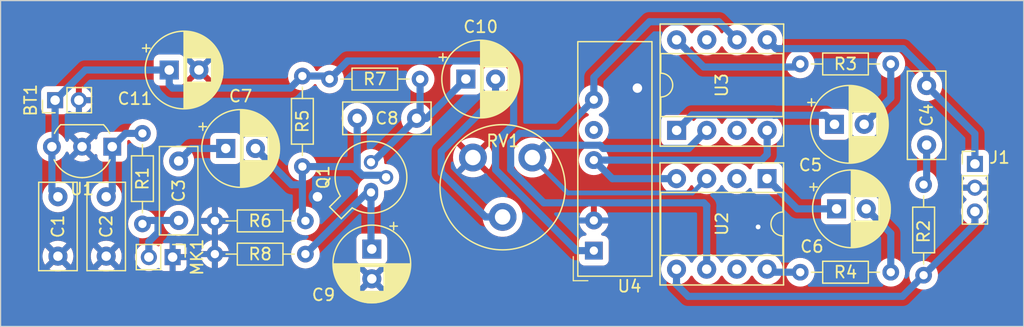
<source format=kicad_pcb>
(kicad_pcb (version 20221018) (generator pcbnew)
  (layers (0 "F.Cu" signal) (31 "B.Cu" signal) (34 "B.Paste" user) (35 "F.Paste" user) (36 "B.SilkS" user "B.Silkscreen") (37 "F.SilkS" user "F.Silkscreen") (38 "B.Mask" user) (39 "F.Mask" user) (44 "Edge.Cuts" user))
  (net 0 "")
  (net 1 "GND")
  (net 2 "Net-(C3-Pad2)")
  (net 3 "VDD")
  (net 4 "Net-(C5-Pad2)")
  (net 5 "Net-(MK1-+)")
  (net 6 "Net-(J1-Pin_1)")
  (net 7 "Net-(C5-Pad1)")
  (net 8 "Net-(C6-Pad1)")
  (net 9 "Net-(Q1-B)")
  (net 10 "Net-(Q1-C)")
  (net 11 "Net-(C4-Pad1)")
  (net 12 "Net-(C6-Pad2)")
  (net 13 "Net-(Q1-E)")
  (net 14 "Net-(C10-Pad2)")
  (net 15 "Net-(J1-Pin_3)")
  (net 16 "Net-(R3-Pad1)")
  (net 17 "Net-(U2-+)")
  (net 19 "Net-(R4-Pad1)")
  (net 20 "-15V")
  (net 21 "+15V")
  (net 26 "Net-(BT1-+)")
  (footprint "Capacitor_THT:CP_Radial_D6.3mm_P2.50mm" (layer "F.Cu") (at 126.315516 86.36)
    (fp_text reference "C5" (at -2.022516 3.429) (layer "F.SilkS"))
    (fp_text value "10uf")
    (pad "1" thru_hole rect (at 0 0) (size 1.6 1.6) (drill 0.8) (layers "*.Cu" "*.Mask") (net 7 "Net-(C5-Pad1)"))
    (pad "2" thru_hole circle (at 2.5 0) (size 1.6 1.6) (drill 0.8) (layers "*.Cu" "*.Mask") (net 4 "Net-(C5-Pad2)"))
  )
  (footprint "Connector_PinHeader_2.00mm:PinHeader_1x03_P2.00mm_Vertical" (layer "F.Cu") (at 138.136 89.694)
    (fp_text reference "J1" (at 2.072 -0.54) (layer "F.SilkS"))
    (fp_text value "casque")
    (pad "1" thru_hole rect (at 0 0) (size 1.35 1.35) (drill 0.8) (layers "*.Cu" "*.Mask") (net 6 "Net-(J1-Pin_1)"))
    (pad "2" thru_hole oval (at 0 2) (size 1.35 1.35) (drill 0.8) (layers "*.Cu" "*.Mask") (net 1 "GND"))
    (pad "3" thru_hole oval (at 0 4) (size 1.35 1.35) (drill 0.8) (layers "*.Cu" "*.Mask") (net 15 "Net-(J1-Pin_3)"))
  )
  (footprint "Resistor_THT:R_Axial_DIN0204_L3.6mm_D1.6mm_P7.62mm_Horizontal" (layer "F.Cu") (at 83.82 82.55)
    (fp_text reference "R7" (at 3.81 0) (layer "F.SilkS"))
    (fp_text value "10k")
    (pad "1" thru_hole circle (at 0 0) (size 1.4 1.4) (drill 0.7) (layers "*.Cu" "*.Mask") (net 3 "VDD"))
    (pad "2" thru_hole oval (at 7.62 0) (size 1.4 1.4) (drill 0.7) (layers "*.Cu" "*.Mask") (net 10 "Net-(Q1-C)"))
  )
  (footprint "Capacitor_THT:CP_Radial_D6.3mm_P2.50mm" (layer "F.Cu") (at 126.492 93.472)
    (fp_text reference "C6" (at -2.072 3.175) (layer "F.SilkS"))
    (fp_text value "10uf")
    (pad "1" thru_hole rect (at 0 0) (size 1.6 1.6) (drill 0.8) (layers "*.Cu" "*.Mask") (net 8 "Net-(C6-Pad1)"))
    (pad "2" thru_hole circle (at 2.5 0) (size 1.6 1.6) (drill 0.8) (layers "*.Cu" "*.Mask") (net 12 "Net-(C6-Pad2)"))
  )
  (footprint "Capacitor_THT:C_Rect_L7.2mm_W2.5mm_P5.00mm_FKS2_FKP2_MKS2_MKP2" (layer "F.Cu") (at 86.146 85.852)
    (fp_text reference "C8" (at 2.5 0) (layer "F.SilkS"))
    (fp_text value "220p")
    (pad "1" thru_hole circle (at 0 0) (size 1.6 1.6) (drill 0.8) (layers "*.Cu" "*.Mask") (net 9 "Net-(Q1-B)"))
    (pad "2" thru_hole circle (at 5 0) (size 1.6 1.6) (drill 0.8) (layers "*.Cu" "*.Mask") (net 10 "Net-(Q1-C)"))
  )
  (footprint "Capacitor_THT:CP_Radial_D6.3mm_P2.50mm" (layer "F.Cu") (at 87.376 96.861621 -90)
    (fp_text reference "C9" (at 3.849379 4.064 -180) (layer "F.SilkS"))
    (fp_text value "100u")
    (pad "1" thru_hole rect (at 0 0 270) (size 1.6 1.6) (drill 0.8) (layers "*.Cu" "*.Mask") (net 13 "Net-(Q1-E)"))
    (pad "2" thru_hole circle (at 2.5 0 270) (size 1.6 1.6) (drill 0.8) (layers "*.Cu" "*.Mask") (net 1 "GND"))
  )
  (footprint "Resistor_THT:R_Axial_DIN0204_L3.6mm_D1.6mm_P7.62mm_Horizontal" (layer "F.Cu") (at 123.433895 81.28)
    (fp_text reference "R3" (at 3.81 0) (layer "F.SilkS"))
    (fp_text value "1.2K")
    (pad "1" thru_hole circle (at 0 0) (size 1.4 1.4) (drill 0.7) (layers "*.Cu" "*.Mask") (net 16 "Net-(R3-Pad1)"))
    (pad "2" thru_hole oval (at 7.62 0) (size 1.4 1.4) (drill 0.7) (layers "*.Cu" "*.Mask") (net 4 "Net-(C5-Pad2)"))
  )
  (footprint "Resistor_THT:R_Axial_DIN0204_L3.6mm_D1.6mm_P7.62mm_Horizontal" (layer "F.Cu") (at 81.534 82.296 -90)
    (fp_text reference "R5" (at 3.81 0 90) (layer "F.SilkS"))
    (fp_text value "100k")
    (pad "1" thru_hole circle (at 0 0 270) (size 1.4 1.4) (drill 0.7) (layers "*.Cu" "*.Mask") (net 3 "VDD"))
    (pad "2" thru_hole oval (at 7.62 0 270) (size 1.4 1.4) (drill 0.7) (layers "*.Cu" "*.Mask") (net 9 "Net-(Q1-B)"))
  )
  (footprint "Capacitor_THT:CP_Radial_D6.3mm_P2.50mm" (layer "F.Cu") (at 70.326863 81.788)
    (fp_text reference "C11" (at -2.889863 2.413) (layer "F.SilkS"))
    (fp_text value "100u")
    (pad "1" thru_hole rect (at 0 0) (size 1.6 1.6) (drill 0.8) (layers "*.Cu" "*.Mask") (net 3 "VDD"))
    (pad "2" thru_hole circle (at 2.5 0) (size 1.6 1.6) (drill 0.8) (layers "*.Cu" "*.Mask") (net 1 "GND"))
  )
  (footprint "Package_TO_SOT_THT:TO-92_Inline_Wide" (layer "F.Cu") (at 65.532 88.244 180)
    (fp_text reference "U1" (at 2.54 -3.56) (layer "F.SilkS"))
    (fp_text value "L78L05_TO92")
    (pad "1" thru_hole rect (at 0 0 180) (size 1.5 1.5) (drill 0.8) (layers "*.Cu" "*.Mask") (net 3 "VDD"))
    (pad "2" thru_hole circle (at 2.54 0 180) (size 1.5 1.5) (drill 0.8) (layers "*.Cu" "*.Mask") (net 1 "GND"))
    (pad "3" thru_hole circle (at 5.08 0 180) (size 1.5 1.5) (drill 0.8) (layers "*.Cu" "*.Mask") (net 26 "Net-(BT1-+)"))
  )
  (footprint "Capacitor_THT:CP_Radial_D6.3mm_P2.50mm" (layer "F.Cu") (at 75.085242 88.392)
    (fp_text reference "C7" (at 1.25 -4.4) (layer "F.SilkS"))
    (fp_text value "22u")
    (pad "1" thru_hole rect (at 0 0) (size 1.6 1.6) (drill 0.8) (layers "*.Cu" "*.Mask") (net 2 "Net-(C3-Pad2)"))
    (pad "2" thru_hole circle (at 2.5 0) (size 1.6 1.6) (drill 0.8) (layers "*.Cu" "*.Mask") (net 9 "Net-(Q1-B)"))
  )
  (footprint "Package_DIP:DIP-8_W7.62mm_Socket" (layer "F.Cu") (at 113.029895 86.868 90)
    (fp_text reference "U3" (at 3.8 3.8 90) (layer "F.SilkS"))
    (fp_text value "LM386")
    (pad "1" thru_hole rect (at 0 0 90) (size 1.6 1.6) (drill 0.8) (layers "*.Cu" "*.Mask") (net 7 "Net-(C5-Pad1)"))
    (pad "2" thru_hole oval (at 0 2.54 90) (size 1.6 1.6) (drill 0.8) (layers "*.Cu" "*.Mask") (net 17 "Net-(U2-+)"))
    (pad "3" thru_hole oval (at 0 5.08 90) (size 1.6 1.6) (drill 0.8) (layers "*.Cu" "*.Mask"))
    (pad "4" thru_hole oval (at 0 7.62 90) (size 1.6 1.6) (drill 0.8) (layers "*.Cu" "*.Mask") (net 20 "-15V"))
    (pad "5" thru_hole oval (at 7.62 7.62 90) (size 1.6 1.6) (drill 0.8) (layers "*.Cu" "*.Mask") (net 6 "Net-(J1-Pin_1)"))
    (pad "6" thru_hole oval (at 7.62 5.08 90) (size 1.6 1.6) (drill 0.8) (layers "*.Cu" "*.Mask") (net 21 "+15V"))
    (pad "7" thru_hole oval (at 7.62 2.54 90) (size 1.6 1.6) (drill 0.8) (layers "*.Cu" "*.Mask"))
    (pad "8" thru_hole oval (at 7.62 0 90) (size 1.6 1.6) (drill 0.8) (layers "*.Cu" "*.Mask") (net 16 "Net-(R3-Pad1)"))
  )
  (footprint "Capacitor_THT:C_Rect_L7.2mm_W3.0mm_P5.00mm_FKS2_FKP2_MKS2_MKP2" (layer "F.Cu") (at 65.024 92.456 -90)
    (fp_text reference "C2" (at 2.5 0 90) (layer "F.SilkS"))
    (fp_text value "1nf")
    (pad "1" thru_hole circle (at 0 0 270) (size 1.6 1.6) (drill 0.8) (layers "*.Cu" "*.Mask") (net 3 "VDD"))
    (pad "2" thru_hole circle (at 5 0 270) (size 1.6 1.6) (drill 0.8) (layers "*.Cu" "*.Mask") (net 1 "GND"))
  )
  (footprint "Connector_PinHeader_2.00mm:PinHeader_1x02_P2.00mm_Vertical" (layer "F.Cu") (at 70.612 97.536 -90)
    (fp_text reference "MK1" (at 0 -2.06 90) (layer "F.SilkS"))
    (fp_text value "mic1")
    (pad "1" thru_hole rect (at 0 0 270) (size 1.35 1.35) (drill 0.8) (layers "*.Cu" "*.Mask") (net 1 "GND"))
    (pad "2" thru_hole oval (at 0 2 270) (size 1.35 1.35) (drill 0.8) (layers "*.Cu" "*.Mask") (net 5 "Net-(MK1-+)"))
  )
  (footprint "Potentiometer_THT:Potentiometer_Piher_PT-10-V05_Vertical" (layer "F.Cu") (at 95.885 89.154 -90)
    (fp_text reference "RV1" (at -1.397 -2.54 -180) (layer "F.SilkS"))
    (fp_text value "470K")
    (pad "1" thru_hole circle (at 0 0 270) (size 2.34 2.34) (drill 1.3) (layers "*.Cu" "*.Mask") (net 1 "GND"))
    (pad "2" thru_hole circle (at 5 -2.5 270) (size 2.34 2.34) (drill 1.3) (layers "*.Cu" "*.Mask") (net 14 "Net-(C10-Pad2)"))
    (pad "3" thru_hole circle (at 0 -5 270) (size 2.34 2.34) (drill 1.3) (layers "*.Cu" "*.Mask") (net 17 "Net-(U2-+)"))
  )
  (footprint "Capacitor_THT:C_Rect_L7.2mm_W3.0mm_P5.00mm_FKS2_FKP2_MKS2_MKP2" (layer "F.Cu") (at 60.96 92.456 -90)
    (fp_text reference "C1" (at 2.5 0 90) (layer "F.SilkS"))
    (fp_text value "33nf")
    (pad "1" thru_hole circle (at 0 0 270) (size 1.6 1.6) (drill 0.8) (layers "*.Cu" "*.Mask") (net 26 "Net-(BT1-+)"))
    (pad "2" thru_hole circle (at 5 0 270) (size 1.6 1.6) (drill 0.8) (layers "*.Cu" "*.Mask") (net 1 "GND"))
  )
  (footprint "Resistor_THT:R_Axial_DIN0204_L3.6mm_D1.6mm_P7.62mm_Horizontal" (layer "F.Cu") (at 81.788 94.488 180)
    (fp_text reference "R6" (at 3.81 0) (layer "F.SilkS"))
    (fp_text value "10k")
    (pad "1" thru_hole circle (at 0 0 180) (size 1.4 1.4) (drill 0.7) (layers "*.Cu" "*.Mask") (net 9 "Net-(Q1-B)"))
    (pad "2" thru_hole oval (at 7.62 0 180) (size 1.4 1.4) (drill 0.7) (layers "*.Cu" "*.Mask") (net 1 "GND"))
  )
  (footprint "Package_DIP:DIP-8_W7.62mm_Socket" (layer "F.Cu") (at 120.639895 90.932 -90)
    (fp_text reference "U2" (at 3.8 3.8 90) (layer "F.SilkS"))
    (fp_text value "LM386")
    (pad "1" thru_hole rect (at 0 0 270) (size 1.6 1.6) (drill 0.8) (layers "*.Cu" "*.Mask") (net 8 "Net-(C6-Pad1)"))
    (pad "2" thru_hole oval (at 0 2.54 270) (size 1.6 1.6) (drill 0.8) (layers "*.Cu" "*.Mask"))
    (pad "3" thru_hole oval (at 0 5.08 270) (size 1.6 1.6) (drill 0.8) (layers "*.Cu" "*.Mask") (net 17 "Net-(U2-+)"))
    (pad "4" thru_hole oval (at 0 7.62 270) (size 1.6 1.6) (drill 0.8) (layers "*.Cu" "*.Mask") (net 20 "-15V"))
    (pad "5" thru_hole oval (at 7.62 7.62 270) (size 1.6 1.6) (drill 0.8) (layers "*.Cu" "*.Mask") (net 15 "Net-(J1-Pin_3)"))
    (pad "6" thru_hole oval (at 7.62 5.08 270) (size 1.6 1.6) (drill 0.8) (layers "*.Cu" "*.Mask") (net 21 "+15V"))
    (pad "7" thru_hole oval (at 7.62 2.54 270) (size 1.6 1.6) (drill 0.8) (layers "*.Cu" "*.Mask"))
    (pad "8" thru_hole oval (at 7.62 0 270) (size 1.6 1.6) (drill 0.8) (layers "*.Cu" "*.Mask") (net 19 "Net-(R4-Pad1)"))
  )
  (footprint "Capacitor_THT:C_Rect_L7.2mm_W3.0mm_P5.00mm_FKS2_FKP2_MKS2_MKP2" (layer "F.Cu") (at 71.12 94.448 90)
    (fp_text reference "C3" (at 2.5 0 90) (layer "F.SilkS"))
    (fp_text value "1nf")
    (pad "1" thru_hole circle (at 0 0 90) (size 1.6 1.6) (drill 0.8) (layers "*.Cu" "*.Mask") (net 5 "Net-(MK1-+)"))
    (pad "2" thru_hole circle (at 5 0 90) (size 1.6 1.6) (drill 0.8) (layers "*.Cu" "*.Mask") (net 2 "Net-(C3-Pad2)"))
  )
  (footprint "Connector_PinHeader_2.00mm:PinHeader_1x02_P2.00mm_Vertical" (layer "F.Cu") (at 60.722 84.328 90)
    (fp_text reference "BT1" (at 0 -2.06 90) (layer "F.SilkS"))
    (fp_text value "pile 9V")
    (pad "1" thru_hole rect (at 0 0 90) (size 1.35 1.35) (drill 0.8) (layers "*.Cu" "*.Mask") (net 26 "Net-(BT1-+)"))
    (pad "2" thru_hole oval (at 0 2 90) (size 1.35 1.35) (drill 0.8) (layers "*.Cu" "*.Mask") (net 1 "GND"))
  )
  (footprint "Package_TO_SOT_THT:TO-18-3" (layer "F.Cu") (at 87.306724 92.086552 90)
    (fp_text reference "Q1" (at 1.27 -4.02 90) (layer "F.SilkS"))
    (fp_text value "BC108")
    (pad "1" thru_hole oval (at 0 0 90) (size 1.6 1.2) (drill 0.7) (layers "*.Cu" "*.Mask") (net 13 "Net-(Q1-E)"))
    (pad "2" thru_hole oval (at 1.27 1.27 90) (size 1.2 1.2) (drill 0.7) (layers "*.Cu" "*.Mask") (net 9 "Net-(Q1-B)"))
    (pad "3" thru_hole oval (at 2.54 0 90) (size 1.2 1.2) (drill 0.7) (layers "*.Cu" "*.Mask") (net 10 "Net-(Q1-C)"))
  )
  (footprint "Resistor_THT:R_Axial_DIN0204_L3.6mm_D1.6mm_P7.62mm_Horizontal" (layer "F.Cu") (at 81.788 97.282 180)
    (fp_text reference "R8" (at 3.81 0) (layer "F.SilkS"))
    (fp_text value "330")
    (pad "1" thru_hole circle (at 0 0 180) (size 1.4 1.4) (drill 0.7) (layers "*.Cu" "*.Mask") (net 13 "Net-(Q1-E)"))
    (pad "2" thru_hole oval (at 7.62 0 180) (size 1.4 1.4) (drill 0.7) (layers "*.Cu" "*.Mask") (net 1 "GND"))
  )
  (footprint "Resistor_THT:R_Axial_DIN0204_L3.6mm_D1.6mm_P7.62mm_Horizontal" (layer "F.Cu") (at 133.818 99.06 90)
    (fp_text reference "R2" (at 3.683 0 90) (layer "F.SilkS"))
    (fp_text value "2.2")
    (pad "1" thru_hole circle (at 0 0 90) (size 1.4 1.4) (drill 0.7) (layers "*.Cu" "*.Mask") (net 15 "Net-(J1-Pin_3)"))
    (pad "2" thru_hole oval (at 7.62 0 90) (size 1.4 1.4) (drill 0.7) (layers "*.Cu" "*.Mask") (net 11 "Net-(C4-Pad1)"))
  )
  (footprint "Capacitor_THT:CP_Radial_D6.3mm_P2.50mm" (layer "F.Cu") (at 95.29 82.55)
    (fp_text reference "C10" (at 1.25 -4.4) (layer "F.SilkS"))
    (fp_text value "10u")
    (pad "1" thru_hole rect (at 0 0) (size 1.6 1.6) (drill 0.8) (layers "*.Cu" "*.Mask") (net 10 "Net-(Q1-C)"))
    (pad "2" thru_hole circle (at 2.5 0) (size 1.6 1.6) (drill 0.8) (layers "*.Cu" "*.Mask") (net 14 "Net-(C10-Pad2)"))
  )
  (footprint "Converter_DCDC:Converter_DCDC_Murata_NMAxxxxSC_THT" (layer "F.Cu") (at 106.0635 96.9905 180)
    (fp_text reference "U4" (at -3 -3) (layer "F.SilkS"))
    (fp_text value "NMA0515SC")
    (pad "1" thru_hole rect (at 0 0 180) (size 1.5 1.5) (drill 0.7) (layers "*.Cu" "*.Mask") (net 3 "VDD"))
    (pad "2" thru_hole oval (at 0 2.54 180) (size 1.5 1.5) (drill 0.7) (layers "*.Cu" "*.Mask") (net 1 "GND"))
    (pad "4" thru_hole oval (at 0 7.62 180) (size 1.5 1.5) (drill 0.7) (layers "*.Cu" "*.Mask") (net 20 "-15V"))
    (pad "5" thru_hole oval (at 0 10.16 180) (size 1.5 1.5) (drill 0.7) (layers "*.Cu" "*.Mask"))
    (pad "6" thru_hole oval (at 0 12.7 180) (size 1.5 1.5) (drill 0.7) (layers "*.Cu" "*.Mask") (net 21 "+15V"))
  )
  (footprint "Resistor_THT:R_Axial_DIN0204_L3.6mm_D1.6mm_P7.62mm_Horizontal" (layer "F.Cu") (at 123.433895 98.806)
    (fp_text reference "R4" (at 3.81 0) (layer "F.SilkS"))
    (fp_text value "1.2K")
    (pad "1" thru_hole circle (at 0 0) (size 1.4 1.4) (drill 0.7) (layers "*.Cu" "*.Mask") (net 19 "Net-(R4-Pad1)"))
    (pad "2" thru_hole oval (at 7.62 0) (size 1.4 1.4) (drill 0.7) (layers "*.Cu" "*.Mask") (net 12 "Net-(C6-Pad2)"))
  )
  (footprint "Capacitor_THT:C_Rect_L7.2mm_W3.0mm_P5.00mm_FKS2_FKP2_MKS2_MKP2" (layer "F.Cu") (at 134.072 88.098 90)
    (fp_text reference "C4" (at 2.5 0 90) (layer "F.SilkS"))
    (fp_text value "100n")
    (pad "1" thru_hole circle (at 0 0 90) (size 1.6 1.6) (drill 0.8) (layers "*.Cu" "*.Mask") (net 11 "Net-(C4-Pad1)"))
    (pad "2" thru_hole circle (at 5 0 90) (size 1.6 1.6) (drill 0.8) (layers "*.Cu" "*.Mask") (net 6 "Net-(J1-Pin_1)"))
  )
  (footprint "Resistor_THT:R_Axial_DIN0204_L3.6mm_D1.6mm_P7.62mm_Horizontal" (layer "F.Cu") (at 68.072 87.122 -90)
    (fp_text reference "R1" (at 3.81 0 90) (layer "F.SilkS"))
    (fp_text value "2.2k")
    (pad "1" thru_hole circle (at 0 0 270) (size 1.4 1.4) (drill 0.7) (layers "*.Cu" "*.Mask") (net 3 "VDD"))
    (pad "2" thru_hole oval (at 7.62 0 270) (size 1.4 1.4) (drill 0.7) (layers "*.Cu" "*.Mask") (net 5 "Net-(MK1-+)"))
  )
  (gr_line (start 142.24 103.378) (end 142.24 75.946) (stroke (width 0.1)) (layer "Edge.Cuts"))
  (gr_line (start 56.134 103.378) (end 56.134 75.946) (stroke (width 0.1)) (layer "Edge.Cuts"))
  (gr_line (start 142.24 103.378) (end 56.134 103.378) (stroke (width 0.1)) (layer "Edge.Cuts"))
  (gr_line (start 56.134 75.946) (end 142.24 75.946) (stroke (width 0.1)) (layer "Edge.Cuts"))
  (via (at 119.888 94.996) (size 0.8) (drill 0.4) (layers "F.Cu" "B.Cu") (net 1))
  (via (at 82.804 92.456) (size 1.5) (drill 0.8) (layers "F.Cu" "B.Cu") (net 1))
  (via (at 109.728 83.312) (size 1.5) (drill 0.8) (layers "F.Cu" "B.Cu") (net 1))
  (segment (start 72.176 88.392) (end 71.12 89.448) (width 0.6) (layer "B.Cu") (net 2))
  (segment (start 75.085242 88.392) (end 72.176 88.392) (width 0.6) (layer "B.Cu") (net 2))
  (segment (start 85.344 81.026) (end 98.806 81.026) (width 0.6) (layer "B.Cu") (net 3))
  (segment (start 98.806 81.026) (end 99.314 81.534) (width 0.6) (layer "B.Cu") (net 3))
  (segment (start 63.262 81.788) (end 60.722 84.328) (width 0.6) (layer "B.Cu") (net 3))
  (segment (start 60.452 91.948) (end 60.96 92.456) (width 0.6) (layer "B.Cu") (net 3))
  (segment (start 99.314 86.36) (end 97.79 87.884) (width 0.6) (layer "B.Cu") (net 3))
  (segment (start 83.82 82.55) (end 85.344 81.026) (width 0.6) (layer "B.Cu") (net 3))
  (segment (start 81.534 82.296) (end 83.566 82.296) (width 0.6) (layer "B.Cu") (net 3))
  (segment (start 97.79 87.884) (end 97.79 90.17) (width 0.6) (layer "B.Cu") (net 3))
  (segment (start 60.722 84.328) (end 60.722 87.974) (width 0.6) (layer "B.Cu") (net 3))
  (segment (start 99.314 81.534) (end 99.314 86.36) (width 0.6) (layer "B.Cu") (net 3))
  (segment (start 83.566 82.296) (end 83.82 82.55) (width 0.6) (layer "B.Cu") (net 3))
  (segment (start 68.072 87.122) (end 66.654 87.122) (width 0.6) (layer "B.Cu") (net 3))
  (segment (start 70.612 83.312) (end 80.518 83.312) (width 0.6) (layer "B.Cu") (net 3))
  (segment (start 70.326863 81.788) (end 63.262 81.788) (width 0.6) (layer "B.Cu") (net 3))
  (segment (start 60.452 88.244) (end 60.452 91.948) (width 0.6) (layer "B.Cu") (net 3))
  (segment (start 97.79 90.17) (end 104.6105 96.9905) (width 0.6) (layer "B.Cu") (net 3))
  (segment (start 104.6105 96.9905) (end 106.0635 96.9905) (width 0.6) (layer "B.Cu") (net 3))
  (segment (start 80.518 83.312) (end 81.534 82.296) (width 0.6) (layer "B.Cu") (net 3))
  (segment (start 70.326863 83.026863) (end 70.612 83.312) (width 0.6) (layer "B.Cu") (net 3))
  (segment (start 70.326863 81.788) (end 70.326863 83.026863) (width 0.6) (layer "B.Cu") (net 3))
  (segment (start 65.532 88.244) (end 65.532 91.948) (width 0.6) (layer "B.Cu") (net 3))
  (segment (start 65.532 91.948) (end 65.024 92.456) (width 0.6) (layer "B.Cu") (net 3))
  (segment (start 60.722 87.974) (end 60.452 88.244) (width 0.6) (layer "B.Cu") (net 3))
  (segment (start 66.654 87.122) (end 65.532 88.244) (width 0.6) (layer "B.Cu") (net 3))
  (segment (start 131.053895 84.121621) (end 128.815516 86.36) (width 0.6) (layer "B.Cu") (net 4))
  (segment (start 131.053895 81.28) (end 131.053895 84.121621) (width 0.6) (layer "B.Cu") (net 4))
  (segment (start 68.366 94.448) (end 68.072 94.742) (width 0.6) (layer "B.Cu") (net 5))
  (segment (start 71.12 94.448) (end 69.382 94.448) (width 0.6) (layer "B.Cu") (net 5))
  (segment (start 69.382 94.448) (end 68.366 94.448) (width 0.6) (layer "B.Cu") (net 5))
  (segment (start 68.612 96.234) (end 69.382 95.464) (width 0.6) (layer "B.Cu") (net 5))
  (segment (start 69.382 95.464) (end 69.382 94.448) (width 0.6) (layer "B.Cu") (net 5))
  (segment (start 68.612 97.536) (end 68.612 96.234) (width 0.6) (layer "B.Cu") (net 5))
  (segment (start 132.09537 79.99) (end 134.072 81.96663) (width 0.6) (layer "B.Cu") (net 6))
  (segment (start 138.136 89.694) (end 138.136 87.162) (width 0.6) (layer "B.Cu") (net 6))
  (segment (start 120.649895 79.248) (end 121.391895 79.99) (width 0.6) (layer "B.Cu") (net 6))
  (segment (start 121.391895 79.99) (end 132.09537 79.99) (width 0.6) (layer "B.Cu") (net 6))
  (segment (start 138.136 87.162) (end 134.072 83.098) (width 0.6) (layer "B.Cu") (net 6))
  (segment (start 134.072 81.96663) (end 134.072 83.098) (width 0.6) (layer "B.Cu") (net 6))
  (segment (start 121.188373 85.568) (end 114.329895 85.568) (width 0.6) (layer "B.Cu") (net 7))
  (segment (start 114.329895 85.568) (end 113.029895 86.868) (width 0.6) (layer "B.Cu") (net 7))
  (segment (start 125.553516 85.598) (end 121.218373 85.598) (width 0.6) (layer "B.Cu") (net 7))
  (segment (start 121.218373 85.598) (end 121.188373 85.568) (width 0.6) (layer "B.Cu") (net 7))
  (segment (start 126.315516 86.36) (end 125.553516 85.598) (width 0.6) (layer "B.Cu") (net 7))
  (segment (start 123.179895 93.472) (end 120.639895 90.932) (width 0.6) (layer "B.Cu") (net 8))
  (segment (start 126.492 93.472) (end 123.179895 93.472) (width 0.6) (layer "B.Cu") (net 8))
  (segment (start 81.534 89.916) (end 81.534 91.44) (width 0.6) (layer "B.Cu") (net 9))
  (segment (start 86.146 90.21) (end 86.146 85.852) (width 0.6) (layer "B.Cu") (net 9))
  (segment (start 80.633242 91.44) (end 81.534 91.44) (width 0.6) (layer "B.Cu") (net 9))
  (segment (start 88.576724 90.816552) (end 88.406724 90.646552) (width 0.6) (layer "B.Cu") (net 9))
  (segment (start 88.406724 90.646552) (end 86.582552 90.646552) (width 0.6) (layer "B.Cu") (net 9))
  (segment (start 86.582552 90.646552) (end 86.146 90.21) (width 0.6) (layer "B.Cu") (net 9))
  (segment (start 81.534 89.916) (end 85.852 89.916) (width 0.6) (layer "B.Cu") (net 9))
  (segment (start 81.534 94.234) (end 81.788 94.488) (width 0.6) (layer "B.Cu") (net 9))
  (segment (start 81.534 91.44) (end 81.534 94.234) (width 0.6) (layer "B.Cu") (net 9))
  (segment (start 85.852 89.916) (end 86.146 90.21) (width 0.6) (layer "B.Cu") (net 9))
  (segment (start 77.585242 88.392) (end 80.633242 91.44) (width 0.6) (layer "B.Cu") (net 9))
  (segment (start 87.451448 89.546552) (end 87.306724 89.546552) (width 0.6) (layer "B.Cu") (net 10))
  (segment (start 91.44 82.55) (end 91.44 85.558) (width 0.6) (layer "B.Cu") (net 10))
  (segment (start 91.44 85.558) (end 91.146 85.852) (width 0.6) (layer "B.Cu") (net 10))
  (segment (start 91.146 85.852) (end 91.988 85.852) (width 0.6) (layer "B.Cu") (net 10))
  (segment (start 91.988 85.852) (end 95.29 82.55) (width 0.6) (layer "B.Cu") (net 10))
  (segment (start 91.146 85.852) (end 87.451448 89.546552) (width 0.6) (layer "B.Cu") (net 10))
  (segment (start 134.072 91.186) (end 133.818 91.44) (width 0.6) (layer "B.Cu") (net 11))
  (segment (start 134.072 88.098) (end 134.072 91.186) (width 0.6) (layer "B.Cu") (net 11))
  (segment (start 131.053895 98.806) (end 131.053895 95.533895) (width 0.6) (layer "B.Cu") (net 12))
  (segment (start 131.053895 95.533895) (end 128.992 93.472) (width 0.6) (layer "B.Cu") (net 12))
  (segment (start 86.983448 92.086552) (end 81.788 97.282) (width 0.6) (layer "B.Cu") (net 13))
  (segment (start 87.306724 92.086552) (end 86.983448 92.086552) (width 0.6) (layer "B.Cu") (net 13))
  (segment (start 87.306724 92.086552) (end 87.306724 96.792345) (width 0.6) (layer "B.Cu") (net 13))
  (segment (start 87.306724 96.792345) (end 87.376 96.861621) (width 0.6) (layer "B.Cu") (net 13))
  (segment (start 93.218 88.646) (end 93.218 90.424) (width 0.6) (layer "B.Cu") (net 14))
  (segment (start 97.79 84.074) (end 93.218 88.646) (width 0.6) (layer "B.Cu") (net 14))
  (segment (start 97.79 82.55) (end 97.79 84.074) (width 0.6) (layer "B.Cu") (net 14))
  (segment (start 96.948 94.154) (end 98.385 94.154) (width 0.6) (layer "B.Cu") (net 14))
  (segment (start 93.218 90.424) (end 96.948 94.154) (width 0.6) (layer "B.Cu") (net 14))
  (segment (start 132.04 100.838) (end 114.006 100.838) (width 0.6) (layer "B.Cu") (net 15))
  (segment (start 113.019895 99.792105) (end 113.019895 98.552) (width 0.6) (layer "B.Cu") (net 15))
  (segment (start 114.006 100.838) (end 112.99 99.822) (width 0.6) (layer "B.Cu") (net 15))
  (segment (start 112.99 99.822) (end 113.019895 99.792105) (width 0.6) (layer "B.Cu") (net 15))
  (segment (start 138.136 94.742) (end 133.818 99.06) (width 0.6) (layer "B.Cu") (net 15))
  (segment (start 138.136 93.694) (end 138.136 94.742) (width 0.6) (layer "B.Cu") (net 15))
  (segment (start 133.818 99.06) (end 132.04 100.838) (width 0.6) (layer "B.Cu") (net 15))
  (segment (start 123.179895 81.534) (end 115.315895 81.534) (width 0.6) (layer "B.Cu") (net 16))
  (segment (start 123.433895 81.28) (end 123.179895 81.534) (width 0.6) (layer "B.Cu") (net 16))
  (segment (start 115.315895 81.534) (end 113.029895 79.248) (width 0.6) (layer "B.Cu") (net 16))
  (segment (start 115.569895 90.922) (end 115.559895 90.932) (width 0.6) (layer "B.Cu") (net 17))
  (segment (start 101.473 89.195) (end 101.432 89.154) (width 0.6) (layer "B.Cu") (net 17))
  (segment (start 114.359895 92.132) (end 115.559895 90.932) (width 0.4) (layer "B.Cu") (net 17))
  (segment (start 101.9185 88.1205) (end 106.581267 88.1205) (width 0.6) (layer "B.Cu") (net 17))
  (segment (start 100.885 89.154) (end 103.863 92.132) (width 0.4) (layer "B.Cu") (net 17))
  (segment (start 114.045895 88.392) (end 115.569895 86.868) (width 0.6) (layer "B.Cu") (net 17))
  (segment (start 100.885 89.154) (end 101.9185 88.1205) (width 0.6) (layer "B.Cu") (net 17))
  (segment (start 103.863 92.132) (end 114.359895 92.132) (width 0.4) (layer "B.Cu") (net 17))
  (segment (start 106.581267 88.1205) (end 106.852767 88.392) (width 0.6) (layer "B.Cu") (net 17))
  (segment (start 106.852767 88.392) (end 114.045895 88.392) (width 0.6) (layer "B.Cu") (net 17))
  (segment (start 123.433895 98.806) (end 120.893895 98.806) (width 0.6) (layer "B.Cu") (net 19))
  (segment (start 120.893895 98.806) (end 120.639895 98.552) (width 0.6) (layer "B.Cu") (net 19))
  (segment (start 120.65 88.9) (end 120.649895 88.899895) (width 0.6) (layer "B.Cu") (net 20))
  (segment (start 120.1795 89.3705) (end 120.65 88.9) (width 0.6) (layer "B.Cu") (net 20))
  (segment (start 106.0635 89.3705) (end 107.625 90.932) (width 0.6) (layer "B.Cu") (net 20))
  (segment (start 107.625 90.932) (end 113.019895 90.932) (width 0.6) (layer "B.Cu") (net 20))
  (segment (start 120.385947 87.131948) (end 120.649895 86.868) (width 0.4) (layer "B.Cu") (net 20))
  (segment (start 120.649895 88.899895) (end 120.649895 86.868) (width 0.6) (layer "B.Cu") (net 20))
  (segment (start 106.0635 89.3705) (end 120.1795 89.3705) (width 0.6) (layer "B.Cu") (net 20))
  (segment (start 115.57 93.218) (end 115.559895 93.228105) (width 0.6) (layer "B.Cu") (net 21))
  (segment (start 106.0635 82.4045) (end 110.744 77.724) (width 0.6) (layer "B.Cu") (net 21))
  (segment (start 99.06 90.17) (end 101.854 92.964) (width 0.6) (layer "B.Cu") (net 21))
  (segment (start 106.0635 84.2905) (end 103.232 87.122) (width 0.6) (layer "B.Cu") (net 21))
  (segment (start 101.854 92.964) (end 115.316 92.964) (width 0.6) (layer "B.Cu") (net 21))
  (segment (start 116.585895 77.724) (end 118.109895 79.248) (width 0.6) (layer "B.Cu") (net 21))
  (segment (start 106.0635 84.2905) (end 106.0635 82.4045) (width 0.6) (layer "B.Cu") (net 21))
  (segment (start 103.232 87.122) (end 99.822 87.122) (width 0.6) (layer "B.Cu") (net 21))
  (segment (start 110.744 77.724) (end 116.585895 77.724) (width 0.6) (layer "B.Cu") (net 21))
  (segment (start 115.316 92.964) (end 115.57 93.218) (width 0.6) (layer "B.Cu") (net 21))
  (segment (start 99.822 87.122) (end 99.06 87.884) (width 0.6) (layer "B.Cu") (net 21))
  (segment (start 99.06 87.884) (end 99.06 90.17) (width 0.6) (layer "B.Cu") (net 21))
  (segment (start 115.559895 93.228105) (end 115.559895 98.552) (width 0.6) (layer "B.Cu") (net 21))
  (zone (net 1) (net_name "GND") (layers "F&B.Cu") (connect_pads (clearance 0.508)) (min_thickness 0.25) (fill yes (thermal_gap 0.5) (thermal_bridge_width 0.5))
    (polygon (pts (xy 56.134 75.946) (xy 142.24 75.946) (xy 142.24 103.378) (xy 56.134 103.378)))
  )
)
</source>
